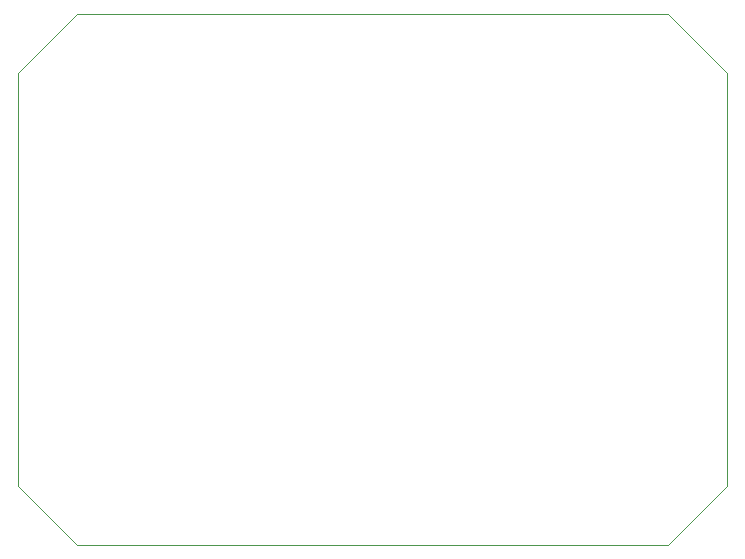
<source format=gbr>
G04 #@! TF.GenerationSoftware,KiCad,Pcbnew,(5.1.6)-1*
G04 #@! TF.CreationDate,2020-10-01T16:15:47+02:00*
G04 #@! TF.ProjectId,8Bit_WiFi_Visualizer,38426974-5f57-4694-9669-5f5669737561,A01*
G04 #@! TF.SameCoordinates,Original*
G04 #@! TF.FileFunction,Profile,NP*
%FSLAX46Y46*%
G04 Gerber Fmt 4.6, Leading zero omitted, Abs format (unit mm)*
G04 Created by KiCad (PCBNEW (5.1.6)-1) date 2020-10-01 16:15:47*
%MOMM*%
%LPD*%
G01*
G04 APERTURE LIST*
G04 #@! TA.AperFunction,Profile*
%ADD10C,0.050000*%
G04 #@! TD*
G04 APERTURE END LIST*
D10*
X0Y-40000000D02*
X0Y-5000000D01*
X5000000Y-45000000D02*
X0Y-40000000D01*
X55000000Y-45000000D02*
X5000000Y-45000000D01*
X60000000Y-40000000D02*
X55000000Y-45000000D01*
X60000000Y-5000000D02*
X60000000Y-40000000D01*
X55000000Y0D02*
X60000000Y-5000000D01*
X5000000Y0D02*
X55000000Y0D01*
X0Y-5000000D02*
X5000000Y0D01*
M02*

</source>
